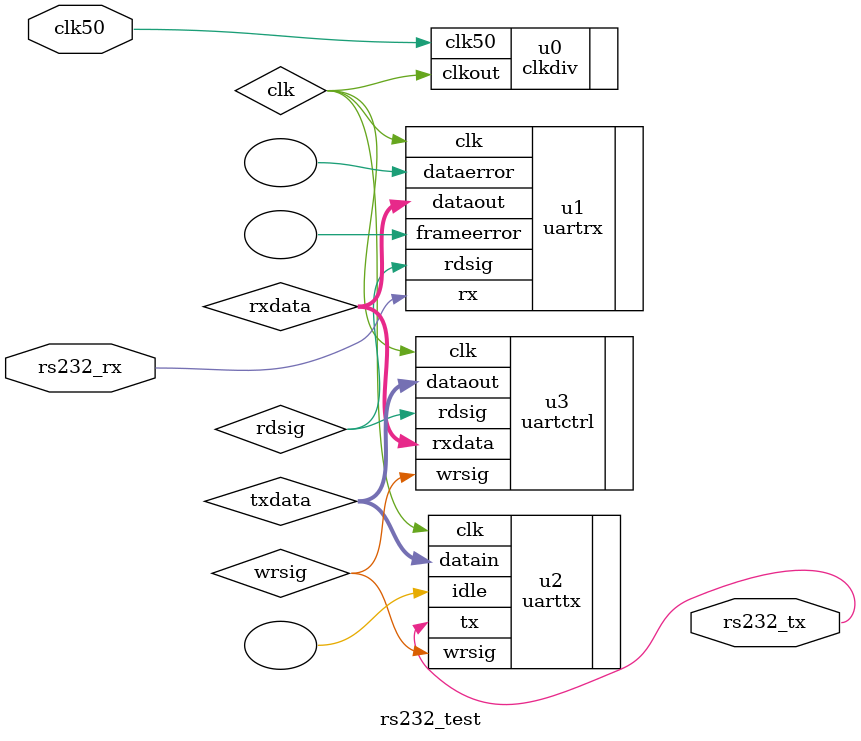
<source format=v>
`timescale 1ns / 1ps
module rs232_test(
	input clk50,            //50MhzµÄ¾§ÕñÊäÈë 
	input rs232_rx,        //rs232 ½Ó¿Ú1 RXÐÅºÅ     
	output rs232_tx       //rs232 ½Ó¿Ú1 TXÐÅºÅ      
    
);	
	
	
	
wire clk;       //clock for 9600 uart port
wire [7:0] txdata,rxdata;     //´®¿Ú·¢ËÍÊý¾ÝºÍ´®¿Ú½ÓÊÕÊý¾Ý



//²úÉúÊ±ÖÓµÄÆµÂÊÎª16*9600
clkdiv u0 (
		.clk50                   (clk50),               //50MhzµÄ¾§ÕñÊäÈë                     
		.clkout                  (clk)                  //16±¶²¨ÌØÂÊµÄÊ±ÖÓ                        
 );

//´®¿Ú½ÓÊÕ³ÌÐò
uartrx u1 (
		.clk                     (clk),                 //16±¶²¨ÌØÂÊµÄÊ±ÖÓ 
      .rx	                   (rs232_rx),  	               //´®¿Ú½ÓÊÕ
		.dataout                 (rxdata),              //uart ½ÓÊÕµ½µÄÊý¾Ý,Ò»¸ö×Ö½Ú                     
      .rdsig                   (rdsig),               //uart ½ÓÊÕµ½Êý¾ÝÓÐÐ§ 
		.dataerror               (),
		.frameerror              ()
);

//´®¿Ú·¢ËÍ³ÌÐò
uarttx u2 (
		.clk                     (clk),                  //16±¶²¨ÌØÂÊµÄÊ±ÖÓ  
	   .tx                      (rs232_tx),			    //´®¿Ú·¢ËÍ
		.datain                  (txdata),               //uart ·¢ËÍµÄÊý¾Ý   
      .wrsig                   (wrsig),                //uart ·¢ËÍµÄÊý¾ÝÓÐÐ§  
      .idle                    () 	
	
 );

//´®¿ÚÊý¾Ý·¢ËÍ¿ØÖÆ³ÌÐò
uartctrl u3 (
		.clk                     (clk),                           
		.rdsig                   (rdsig),                //uart ½ÓÊÕµ½Êý¾ÝÓÐÐ§   
      .rxdata                  (rxdata), 		          //uart ½ÓÊÕµ½µÄÊý¾Ý 
      .wrsig                   (wrsig),                //uart ·¢ËÍµÄÊý¾ÝÓÐÐ§  
      .dataout                 (txdata)	             //uart ·¢ËÍµÄÊý¾Ý£¬Ò»¸ö×Ö½Ú 
	
 );
 


endmodule


</source>
